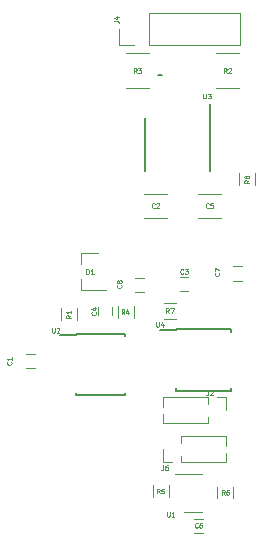
<source format=gbr>
G04 #@! TF.GenerationSoftware,KiCad,Pcbnew,(2018-02-16 revision c95340fba)-makepkg*
G04 #@! TF.CreationDate,2018-04-24T18:33:14+02:00*
G04 #@! TF.ProjectId,lmd,6C6D642E6B696361645F706362000000,rev?*
G04 #@! TF.SameCoordinates,Original*
G04 #@! TF.FileFunction,Legend,Top*
G04 #@! TF.FilePolarity,Positive*
%FSLAX46Y46*%
G04 Gerber Fmt 4.6, Leading zero omitted, Abs format (unit mm)*
G04 Created by KiCad (PCBNEW (2018-02-16 revision c95340fba)-makepkg) date 04/24/18 18:33:14*
%MOMM*%
%LPD*%
G01*
G04 APERTURE LIST*
%ADD10C,0.200000*%
%ADD11C,0.120000*%
%ADD12C,0.150000*%
%ADD13C,0.100000*%
G04 APERTURE END LIST*
D10*
X119872760Y-95255080D02*
X119567960Y-95255080D01*
D11*
X118815360Y-96379480D02*
X116815360Y-96379480D01*
X116815360Y-93419480D02*
X118815360Y-93419480D01*
D12*
X112631400Y-117261400D02*
X111231400Y-117261400D01*
X112631400Y-122361400D02*
X116781400Y-122361400D01*
X112631400Y-117211400D02*
X116781400Y-117211400D01*
X112631400Y-122361400D02*
X112631400Y-122216400D01*
X116781400Y-122361400D02*
X116781400Y-122216400D01*
X116781400Y-117211400D02*
X116781400Y-117356400D01*
X112631400Y-117211400D02*
X112631400Y-117261400D01*
D11*
X116231360Y-92673480D02*
X116231360Y-91343480D01*
X117561360Y-92673480D02*
X116231360Y-92673480D01*
X118831360Y-92673480D02*
X118831360Y-90013480D01*
X118831360Y-90013480D02*
X126511360Y-90013480D01*
X118831360Y-92673480D02*
X126511360Y-92673480D01*
X126511360Y-92673480D02*
X126511360Y-90013480D01*
X109112800Y-120081600D02*
X108412800Y-120081600D01*
X108412800Y-118881600D02*
X109112800Y-118881600D01*
X122117600Y-113528400D02*
X121417600Y-113528400D01*
X121417600Y-112328400D02*
X122117600Y-112328400D01*
X114487400Y-115615200D02*
X114487400Y-114915200D01*
X115687400Y-114915200D02*
X115687400Y-115615200D01*
X113032000Y-110332400D02*
X114492000Y-110332400D01*
X113032000Y-113492400D02*
X115192000Y-113492400D01*
X113032000Y-113492400D02*
X113032000Y-112562400D01*
X113032000Y-110332400D02*
X113032000Y-111262400D01*
X111334000Y-116019200D02*
X111334000Y-115019200D01*
X112694000Y-115019200D02*
X112694000Y-116019200D01*
X126435360Y-96379480D02*
X124435360Y-96379480D01*
X124435360Y-93419480D02*
X126435360Y-93419480D01*
D12*
X124005860Y-97747480D02*
X124005860Y-103372480D01*
X118455860Y-98872480D02*
X118455860Y-103372480D01*
D11*
X125283500Y-122524500D02*
X125283500Y-123634500D01*
X124523500Y-122524500D02*
X125283500Y-122524500D01*
X123763500Y-124197971D02*
X123763500Y-124744500D01*
X123763500Y-122524500D02*
X123763500Y-123071029D01*
X123763500Y-124744500D02*
X120018500Y-124744500D01*
X123763500Y-122524500D02*
X120018500Y-122524500D01*
X120018500Y-123942030D02*
X120018500Y-124744500D01*
X120018500Y-122524500D02*
X120018500Y-123326970D01*
X125282000Y-128046500D02*
X125282000Y-127244030D01*
X125282000Y-126628970D02*
X125282000Y-125826500D01*
X121537000Y-128046500D02*
X125282000Y-128046500D01*
X121537000Y-125826500D02*
X125282000Y-125826500D01*
X121537000Y-128046500D02*
X121537000Y-127499971D01*
X121537000Y-126373029D02*
X121537000Y-125826500D01*
X120777000Y-128046500D02*
X120017000Y-128046500D01*
X120017000Y-128046500D02*
X120017000Y-126936500D01*
X116160000Y-115816000D02*
X116160000Y-114816000D01*
X117520000Y-114816000D02*
X117520000Y-115816000D01*
D12*
X121119000Y-116880000D02*
X119769000Y-116880000D01*
X121119000Y-122005000D02*
X125769000Y-122005000D01*
X121119000Y-116755000D02*
X125769000Y-116755000D01*
X121119000Y-122005000D02*
X121119000Y-121780000D01*
X125769000Y-122005000D02*
X125769000Y-121780000D01*
X125769000Y-116755000D02*
X125769000Y-116980000D01*
X121119000Y-116755000D02*
X121119000Y-116880000D01*
D11*
X123329600Y-129019500D02*
X121029600Y-129019500D01*
X121729600Y-132219500D02*
X123329600Y-132219500D01*
X122636800Y-132851600D02*
X123336800Y-132851600D01*
X123336800Y-134051600D02*
X122636800Y-134051600D01*
X119157200Y-131005200D02*
X119157200Y-130005200D01*
X120517200Y-130005200D02*
X120517200Y-131005200D01*
X124592800Y-131106800D02*
X124592800Y-130106800D01*
X125952800Y-130106800D02*
X125952800Y-131106800D01*
X125938800Y-111464800D02*
X126638800Y-111464800D01*
X126638800Y-112664800D02*
X125938800Y-112664800D01*
X118358400Y-113630000D02*
X117658400Y-113630000D01*
X117658400Y-112430000D02*
X118358400Y-112430000D01*
X120339360Y-105309480D02*
X118339360Y-105309480D01*
X118339360Y-107349480D02*
X120339360Y-107349480D01*
X122911360Y-107349480D02*
X124911360Y-107349480D01*
X124911360Y-105309480D02*
X122911360Y-105309480D01*
X120048400Y-114534400D02*
X121048400Y-114534400D01*
X121048400Y-115894400D02*
X120048400Y-115894400D01*
X126421600Y-104589200D02*
X126421600Y-103589200D01*
X127781600Y-103589200D02*
X127781600Y-104589200D01*
D13*
X117748693Y-95080432D02*
X117615360Y-94889956D01*
X117520121Y-95080432D02*
X117520121Y-94680432D01*
X117672502Y-94680432D01*
X117710598Y-94699480D01*
X117729645Y-94718527D01*
X117748693Y-94756622D01*
X117748693Y-94813765D01*
X117729645Y-94851860D01*
X117710598Y-94870908D01*
X117672502Y-94889956D01*
X117520121Y-94889956D01*
X117882026Y-94680432D02*
X118129645Y-94680432D01*
X117996312Y-94832813D01*
X118053455Y-94832813D01*
X118091550Y-94851860D01*
X118110598Y-94870908D01*
X118129645Y-94909003D01*
X118129645Y-95004241D01*
X118110598Y-95042337D01*
X118091550Y-95061384D01*
X118053455Y-95080432D01*
X117939169Y-95080432D01*
X117901074Y-95061384D01*
X117882026Y-95042337D01*
X110591638Y-116671752D02*
X110591638Y-116995561D01*
X110610685Y-117033657D01*
X110629733Y-117052704D01*
X110667828Y-117071752D01*
X110744019Y-117071752D01*
X110782114Y-117052704D01*
X110801161Y-117033657D01*
X110820209Y-116995561D01*
X110820209Y-116671752D01*
X110991638Y-116709847D02*
X111010685Y-116690800D01*
X111048780Y-116671752D01*
X111144019Y-116671752D01*
X111182114Y-116690800D01*
X111201161Y-116709847D01*
X111220209Y-116747942D01*
X111220209Y-116786038D01*
X111201161Y-116843180D01*
X110972590Y-117071752D01*
X111220209Y-117071752D01*
X115858952Y-90709733D02*
X116144666Y-90709733D01*
X116201809Y-90728780D01*
X116239904Y-90766876D01*
X116258952Y-90824019D01*
X116258952Y-90862114D01*
X115992285Y-90347828D02*
X116258952Y-90347828D01*
X115839904Y-90443066D02*
X116125619Y-90538304D01*
X116125619Y-90290685D01*
X107127657Y-119548266D02*
X107146704Y-119567314D01*
X107165752Y-119624457D01*
X107165752Y-119662552D01*
X107146704Y-119719695D01*
X107108609Y-119757790D01*
X107070514Y-119776838D01*
X106994323Y-119795885D01*
X106937180Y-119795885D01*
X106860990Y-119776838D01*
X106822895Y-119757790D01*
X106784800Y-119719695D01*
X106765752Y-119662552D01*
X106765752Y-119624457D01*
X106784800Y-119567314D01*
X106803847Y-119548266D01*
X107165752Y-119167314D02*
X107165752Y-119395885D01*
X107165752Y-119281600D02*
X106765752Y-119281600D01*
X106822895Y-119319695D01*
X106860990Y-119357790D01*
X106880038Y-119395885D01*
X121700933Y-112055257D02*
X121681885Y-112074304D01*
X121624742Y-112093352D01*
X121586647Y-112093352D01*
X121529504Y-112074304D01*
X121491409Y-112036209D01*
X121472361Y-111998114D01*
X121453314Y-111921923D01*
X121453314Y-111864780D01*
X121472361Y-111788590D01*
X121491409Y-111750495D01*
X121529504Y-111712400D01*
X121586647Y-111693352D01*
X121624742Y-111693352D01*
X121681885Y-111712400D01*
X121700933Y-111731447D01*
X121834266Y-111693352D02*
X122081885Y-111693352D01*
X121948552Y-111845733D01*
X122005695Y-111845733D01*
X122043790Y-111864780D01*
X122062838Y-111883828D01*
X122081885Y-111921923D01*
X122081885Y-112017161D01*
X122062838Y-112055257D01*
X122043790Y-112074304D01*
X122005695Y-112093352D01*
X121891409Y-112093352D01*
X121853314Y-112074304D01*
X121834266Y-112055257D01*
X114290457Y-115331866D02*
X114309504Y-115350914D01*
X114328552Y-115408057D01*
X114328552Y-115446152D01*
X114309504Y-115503295D01*
X114271409Y-115541390D01*
X114233314Y-115560438D01*
X114157123Y-115579485D01*
X114099980Y-115579485D01*
X114023790Y-115560438D01*
X113985695Y-115541390D01*
X113947600Y-115503295D01*
X113928552Y-115446152D01*
X113928552Y-115408057D01*
X113947600Y-115350914D01*
X113966647Y-115331866D01*
X114061885Y-114989009D02*
X114328552Y-114989009D01*
X113909504Y-115084247D02*
X114195219Y-115179485D01*
X114195219Y-114931866D01*
X113496761Y-112093352D02*
X113496761Y-111693352D01*
X113592000Y-111693352D01*
X113649142Y-111712400D01*
X113687238Y-111750495D01*
X113706285Y-111788590D01*
X113725333Y-111864780D01*
X113725333Y-111921923D01*
X113706285Y-111998114D01*
X113687238Y-112036209D01*
X113649142Y-112074304D01*
X113592000Y-112093352D01*
X113496761Y-112093352D01*
X114106285Y-112093352D02*
X113877714Y-112093352D01*
X113992000Y-112093352D02*
X113992000Y-111693352D01*
X113953904Y-111750495D01*
X113915809Y-111788590D01*
X113877714Y-111807638D01*
X112194952Y-115585866D02*
X112004476Y-115719200D01*
X112194952Y-115814438D02*
X111794952Y-115814438D01*
X111794952Y-115662057D01*
X111814000Y-115623961D01*
X111833047Y-115604914D01*
X111871142Y-115585866D01*
X111928285Y-115585866D01*
X111966380Y-115604914D01*
X111985428Y-115623961D01*
X112004476Y-115662057D01*
X112004476Y-115814438D01*
X112194952Y-115204914D02*
X112194952Y-115433485D01*
X112194952Y-115319200D02*
X111794952Y-115319200D01*
X111852095Y-115357295D01*
X111890190Y-115395390D01*
X111909238Y-115433485D01*
X125368693Y-95080432D02*
X125235360Y-94889956D01*
X125140121Y-95080432D02*
X125140121Y-94680432D01*
X125292502Y-94680432D01*
X125330598Y-94699480D01*
X125349645Y-94718527D01*
X125368693Y-94756622D01*
X125368693Y-94813765D01*
X125349645Y-94851860D01*
X125330598Y-94870908D01*
X125292502Y-94889956D01*
X125140121Y-94889956D01*
X125521074Y-94718527D02*
X125540121Y-94699480D01*
X125578217Y-94680432D01*
X125673455Y-94680432D01*
X125711550Y-94699480D01*
X125730598Y-94718527D01*
X125749645Y-94756622D01*
X125749645Y-94794718D01*
X125730598Y-94851860D01*
X125502026Y-95080432D01*
X125749645Y-95080432D01*
X123416098Y-96839432D02*
X123416098Y-97163241D01*
X123435145Y-97201337D01*
X123454193Y-97220384D01*
X123492288Y-97239432D01*
X123568479Y-97239432D01*
X123606574Y-97220384D01*
X123625621Y-97201337D01*
X123644669Y-97163241D01*
X123644669Y-96839432D01*
X123797050Y-96839432D02*
X124044669Y-96839432D01*
X123911336Y-96991813D01*
X123968479Y-96991813D01*
X124006574Y-97010860D01*
X124025621Y-97029908D01*
X124044669Y-97068003D01*
X124044669Y-97163241D01*
X124025621Y-97201337D01*
X124006574Y-97220384D01*
X123968479Y-97239432D01*
X123854193Y-97239432D01*
X123816098Y-97220384D01*
X123797050Y-97201337D01*
X123818666Y-121954952D02*
X123818666Y-122240666D01*
X123799619Y-122297809D01*
X123761523Y-122335904D01*
X123704380Y-122354952D01*
X123666285Y-122354952D01*
X123990095Y-121993047D02*
X124009142Y-121974000D01*
X124047238Y-121954952D01*
X124142476Y-121954952D01*
X124180571Y-121974000D01*
X124199619Y-121993047D01*
X124218666Y-122031142D01*
X124218666Y-122069238D01*
X124199619Y-122126380D01*
X123971047Y-122354952D01*
X124218666Y-122354952D01*
X120008666Y-128304952D02*
X120008666Y-128590666D01*
X119989619Y-128647809D01*
X119951523Y-128685904D01*
X119894380Y-128704952D01*
X119856285Y-128704952D01*
X120370571Y-128304952D02*
X120294380Y-128304952D01*
X120256285Y-128324000D01*
X120237238Y-128343047D01*
X120199142Y-128400190D01*
X120180095Y-128476380D01*
X120180095Y-128628761D01*
X120199142Y-128666857D01*
X120218190Y-128685904D01*
X120256285Y-128704952D01*
X120332476Y-128704952D01*
X120370571Y-128685904D01*
X120389619Y-128666857D01*
X120408666Y-128628761D01*
X120408666Y-128533523D01*
X120389619Y-128495428D01*
X120370571Y-128476380D01*
X120332476Y-128457333D01*
X120256285Y-128457333D01*
X120218190Y-128476380D01*
X120199142Y-128495428D01*
X120180095Y-128533523D01*
X116722533Y-115496952D02*
X116589200Y-115306476D01*
X116493961Y-115496952D02*
X116493961Y-115096952D01*
X116646342Y-115096952D01*
X116684438Y-115116000D01*
X116703485Y-115135047D01*
X116722533Y-115173142D01*
X116722533Y-115230285D01*
X116703485Y-115268380D01*
X116684438Y-115287428D01*
X116646342Y-115306476D01*
X116493961Y-115306476D01*
X117065390Y-115230285D02*
X117065390Y-115496952D01*
X116970152Y-115077904D02*
X116874914Y-115363619D01*
X117122533Y-115363619D01*
X119430838Y-116163752D02*
X119430838Y-116487561D01*
X119449885Y-116525657D01*
X119468933Y-116544704D01*
X119507028Y-116563752D01*
X119583219Y-116563752D01*
X119621314Y-116544704D01*
X119640361Y-116525657D01*
X119659409Y-116487561D01*
X119659409Y-116163752D01*
X120021314Y-116297085D02*
X120021314Y-116563752D01*
X119926076Y-116144704D02*
X119830838Y-116430419D01*
X120078457Y-116430419D01*
X120319838Y-132241952D02*
X120319838Y-132565761D01*
X120338885Y-132603857D01*
X120357933Y-132622904D01*
X120396028Y-132641952D01*
X120472219Y-132641952D01*
X120510314Y-132622904D01*
X120529361Y-132603857D01*
X120548409Y-132565761D01*
X120548409Y-132241952D01*
X120948409Y-132641952D02*
X120719838Y-132641952D01*
X120834123Y-132641952D02*
X120834123Y-132241952D01*
X120796028Y-132299095D01*
X120757933Y-132337190D01*
X120719838Y-132356238D01*
X122920133Y-133543657D02*
X122901085Y-133562704D01*
X122843942Y-133581752D01*
X122805847Y-133581752D01*
X122748704Y-133562704D01*
X122710609Y-133524609D01*
X122691561Y-133486514D01*
X122672514Y-133410323D01*
X122672514Y-133353180D01*
X122691561Y-133276990D01*
X122710609Y-133238895D01*
X122748704Y-133200800D01*
X122805847Y-133181752D01*
X122843942Y-133181752D01*
X122901085Y-133200800D01*
X122920133Y-133219847D01*
X123262990Y-133181752D02*
X123186800Y-133181752D01*
X123148704Y-133200800D01*
X123129657Y-133219847D01*
X123091561Y-133276990D01*
X123072514Y-133353180D01*
X123072514Y-133505561D01*
X123091561Y-133543657D01*
X123110609Y-133562704D01*
X123148704Y-133581752D01*
X123224895Y-133581752D01*
X123262990Y-133562704D01*
X123282038Y-133543657D01*
X123301085Y-133505561D01*
X123301085Y-133410323D01*
X123282038Y-133372228D01*
X123262990Y-133353180D01*
X123224895Y-133334133D01*
X123148704Y-133334133D01*
X123110609Y-133353180D01*
X123091561Y-133372228D01*
X123072514Y-133410323D01*
X119707033Y-130686152D02*
X119573700Y-130495676D01*
X119478461Y-130686152D02*
X119478461Y-130286152D01*
X119630842Y-130286152D01*
X119668938Y-130305200D01*
X119687985Y-130324247D01*
X119707033Y-130362342D01*
X119707033Y-130419485D01*
X119687985Y-130457580D01*
X119668938Y-130476628D01*
X119630842Y-130495676D01*
X119478461Y-130495676D01*
X120068938Y-130286152D02*
X119878461Y-130286152D01*
X119859414Y-130476628D01*
X119878461Y-130457580D01*
X119916557Y-130438533D01*
X120011795Y-130438533D01*
X120049890Y-130457580D01*
X120068938Y-130476628D01*
X120087985Y-130514723D01*
X120087985Y-130609961D01*
X120068938Y-130648057D01*
X120049890Y-130667104D01*
X120011795Y-130686152D01*
X119916557Y-130686152D01*
X119878461Y-130667104D01*
X119859414Y-130648057D01*
X125206133Y-130787752D02*
X125072800Y-130597276D01*
X124977561Y-130787752D02*
X124977561Y-130387752D01*
X125129942Y-130387752D01*
X125168038Y-130406800D01*
X125187085Y-130425847D01*
X125206133Y-130463942D01*
X125206133Y-130521085D01*
X125187085Y-130559180D01*
X125168038Y-130578228D01*
X125129942Y-130597276D01*
X124977561Y-130597276D01*
X125548990Y-130387752D02*
X125472800Y-130387752D01*
X125434704Y-130406800D01*
X125415657Y-130425847D01*
X125377561Y-130482990D01*
X125358514Y-130559180D01*
X125358514Y-130711561D01*
X125377561Y-130749657D01*
X125396609Y-130768704D01*
X125434704Y-130787752D01*
X125510895Y-130787752D01*
X125548990Y-130768704D01*
X125568038Y-130749657D01*
X125587085Y-130711561D01*
X125587085Y-130616323D01*
X125568038Y-130578228D01*
X125548990Y-130559180D01*
X125510895Y-130540133D01*
X125434704Y-130540133D01*
X125396609Y-130559180D01*
X125377561Y-130578228D01*
X125358514Y-130616323D01*
X124717157Y-112004466D02*
X124736204Y-112023514D01*
X124755252Y-112080657D01*
X124755252Y-112118752D01*
X124736204Y-112175895D01*
X124698109Y-112213990D01*
X124660014Y-112233038D01*
X124583823Y-112252085D01*
X124526680Y-112252085D01*
X124450490Y-112233038D01*
X124412395Y-112213990D01*
X124374300Y-112175895D01*
X124355252Y-112118752D01*
X124355252Y-112080657D01*
X124374300Y-112023514D01*
X124393347Y-112004466D01*
X124355252Y-111871133D02*
X124355252Y-111604466D01*
X124755252Y-111775895D01*
X116436757Y-113033166D02*
X116455804Y-113052214D01*
X116474852Y-113109357D01*
X116474852Y-113147452D01*
X116455804Y-113204595D01*
X116417709Y-113242690D01*
X116379614Y-113261738D01*
X116303423Y-113280785D01*
X116246280Y-113280785D01*
X116170090Y-113261738D01*
X116131995Y-113242690D01*
X116093900Y-113204595D01*
X116074852Y-113147452D01*
X116074852Y-113109357D01*
X116093900Y-113052214D01*
X116112947Y-113033166D01*
X116246280Y-112804595D02*
X116227233Y-112842690D01*
X116208185Y-112861738D01*
X116170090Y-112880785D01*
X116151042Y-112880785D01*
X116112947Y-112861738D01*
X116093900Y-112842690D01*
X116074852Y-112804595D01*
X116074852Y-112728404D01*
X116093900Y-112690309D01*
X116112947Y-112671261D01*
X116151042Y-112652214D01*
X116170090Y-112652214D01*
X116208185Y-112671261D01*
X116227233Y-112690309D01*
X116246280Y-112728404D01*
X116246280Y-112804595D01*
X116265328Y-112842690D01*
X116284376Y-112861738D01*
X116322471Y-112880785D01*
X116398661Y-112880785D01*
X116436757Y-112861738D01*
X116455804Y-112842690D01*
X116474852Y-112804595D01*
X116474852Y-112728404D01*
X116455804Y-112690309D01*
X116436757Y-112671261D01*
X116398661Y-112652214D01*
X116322471Y-112652214D01*
X116284376Y-112671261D01*
X116265328Y-112690309D01*
X116246280Y-112728404D01*
X119272693Y-106472337D02*
X119253645Y-106491384D01*
X119196502Y-106510432D01*
X119158407Y-106510432D01*
X119101264Y-106491384D01*
X119063169Y-106453289D01*
X119044121Y-106415194D01*
X119025074Y-106339003D01*
X119025074Y-106281860D01*
X119044121Y-106205670D01*
X119063169Y-106167575D01*
X119101264Y-106129480D01*
X119158407Y-106110432D01*
X119196502Y-106110432D01*
X119253645Y-106129480D01*
X119272693Y-106148527D01*
X119425074Y-106148527D02*
X119444121Y-106129480D01*
X119482217Y-106110432D01*
X119577455Y-106110432D01*
X119615550Y-106129480D01*
X119634598Y-106148527D01*
X119653645Y-106186622D01*
X119653645Y-106224718D01*
X119634598Y-106281860D01*
X119406026Y-106510432D01*
X119653645Y-106510432D01*
X123844693Y-106472337D02*
X123825645Y-106491384D01*
X123768502Y-106510432D01*
X123730407Y-106510432D01*
X123673264Y-106491384D01*
X123635169Y-106453289D01*
X123616121Y-106415194D01*
X123597074Y-106339003D01*
X123597074Y-106281860D01*
X123616121Y-106205670D01*
X123635169Y-106167575D01*
X123673264Y-106129480D01*
X123730407Y-106110432D01*
X123768502Y-106110432D01*
X123825645Y-106129480D01*
X123844693Y-106148527D01*
X124206598Y-106110432D02*
X124016121Y-106110432D01*
X123997074Y-106300908D01*
X124016121Y-106281860D01*
X124054217Y-106262813D01*
X124149455Y-106262813D01*
X124187550Y-106281860D01*
X124206598Y-106300908D01*
X124225645Y-106339003D01*
X124225645Y-106434241D01*
X124206598Y-106472337D01*
X124187550Y-106491384D01*
X124149455Y-106510432D01*
X124054217Y-106510432D01*
X124016121Y-106491384D01*
X123997074Y-106472337D01*
X120481733Y-115395352D02*
X120348400Y-115204876D01*
X120253161Y-115395352D02*
X120253161Y-114995352D01*
X120405542Y-114995352D01*
X120443638Y-115014400D01*
X120462685Y-115033447D01*
X120481733Y-115071542D01*
X120481733Y-115128685D01*
X120462685Y-115166780D01*
X120443638Y-115185828D01*
X120405542Y-115204876D01*
X120253161Y-115204876D01*
X120615066Y-114995352D02*
X120881733Y-114995352D01*
X120710304Y-115395352D01*
X127282552Y-104155866D02*
X127092076Y-104289200D01*
X127282552Y-104384438D02*
X126882552Y-104384438D01*
X126882552Y-104232057D01*
X126901600Y-104193961D01*
X126920647Y-104174914D01*
X126958742Y-104155866D01*
X127015885Y-104155866D01*
X127053980Y-104174914D01*
X127073028Y-104193961D01*
X127092076Y-104232057D01*
X127092076Y-104384438D01*
X127053980Y-103927295D02*
X127034933Y-103965390D01*
X127015885Y-103984438D01*
X126977790Y-104003485D01*
X126958742Y-104003485D01*
X126920647Y-103984438D01*
X126901600Y-103965390D01*
X126882552Y-103927295D01*
X126882552Y-103851104D01*
X126901600Y-103813009D01*
X126920647Y-103793961D01*
X126958742Y-103774914D01*
X126977790Y-103774914D01*
X127015885Y-103793961D01*
X127034933Y-103813009D01*
X127053980Y-103851104D01*
X127053980Y-103927295D01*
X127073028Y-103965390D01*
X127092076Y-103984438D01*
X127130171Y-104003485D01*
X127206361Y-104003485D01*
X127244457Y-103984438D01*
X127263504Y-103965390D01*
X127282552Y-103927295D01*
X127282552Y-103851104D01*
X127263504Y-103813009D01*
X127244457Y-103793961D01*
X127206361Y-103774914D01*
X127130171Y-103774914D01*
X127092076Y-103793961D01*
X127073028Y-103813009D01*
X127053980Y-103851104D01*
M02*

</source>
